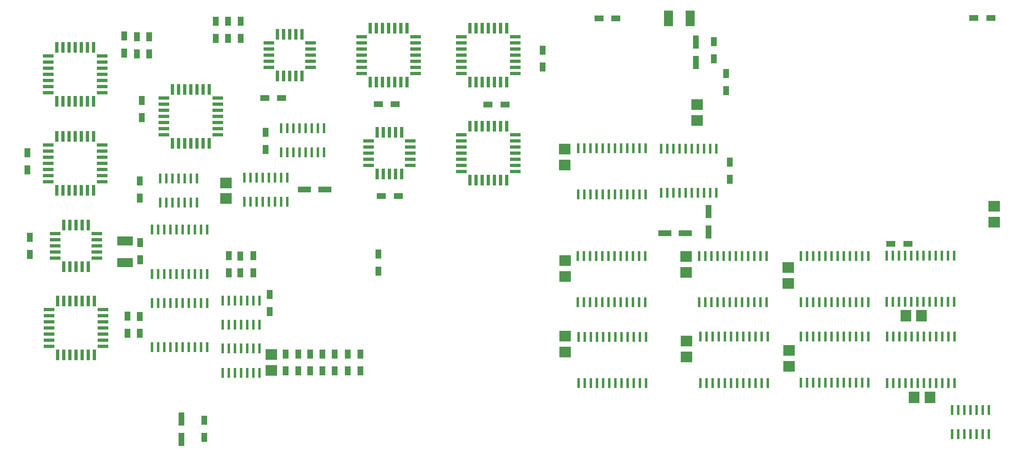
<source format=gbr>
%FSLAX34Y34*%
%MOMM*%
%LNSMDMASK_TOP*%
G71*
G01*
%ADD10R, 0.640X2.200*%
%ADD11R, 2.200X0.640*%
%ADD12R, 0.600X2.100*%
%ADD13R, 1.300X2.800*%
%ADD14R, 2.400X2.200*%
%ADD15R, 2.200X2.400*%
%ADD16R, 1.300X1.900*%
%ADD17R, 1.900X1.300*%
%ADD18R, 3.200X1.900*%
%ADD19R, 1.900X3.200*%
%ADD20R, 2.800X1.300*%
%LPD*%
X-993775Y125D02*
G54D10*
D03*
X-1006475Y125D02*
G54D10*
D03*
X-1019175Y125D02*
G54D10*
D03*
X-1031875Y125D02*
G54D10*
D03*
X-1049775Y-17775D02*
G54D11*
D03*
X-1049775Y-30475D02*
G54D11*
D03*
X-1049775Y-43175D02*
G54D11*
D03*
X-1049775Y-55875D02*
G54D11*
D03*
X-1049775Y-68575D02*
G54D11*
D03*
X-1049775Y-81275D02*
G54D11*
D03*
X-1049775Y-93975D02*
G54D11*
D03*
X-1031875Y-111875D02*
G54D10*
D03*
X-1019175Y-111875D02*
G54D10*
D03*
X-1006475Y-111875D02*
G54D10*
D03*
X-993775Y-111875D02*
G54D10*
D03*
X-981075Y-111875D02*
G54D10*
D03*
X-968375Y-111875D02*
G54D10*
D03*
X-955675Y-111875D02*
G54D10*
D03*
X-937775Y-93975D02*
G54D11*
D03*
X-937775Y-81275D02*
G54D11*
D03*
X-937775Y-68575D02*
G54D11*
D03*
X-937775Y-55875D02*
G54D11*
D03*
X-937775Y-43175D02*
G54D11*
D03*
X-937775Y-30475D02*
G54D11*
D03*
X-937775Y-17775D02*
G54D11*
D03*
X-955675Y125D02*
G54D10*
D03*
X-968375Y125D02*
G54D10*
D03*
X-981075Y125D02*
G54D10*
D03*
X-993775Y-184025D02*
G54D10*
D03*
X-1006475Y-184025D02*
G54D10*
D03*
X-1019175Y-184025D02*
G54D10*
D03*
X-1031875Y-184025D02*
G54D10*
D03*
X-1049775Y-201925D02*
G54D11*
D03*
X-1049775Y-214625D02*
G54D11*
D03*
X-1049775Y-227325D02*
G54D11*
D03*
X-1049775Y-240025D02*
G54D11*
D03*
X-1049775Y-252725D02*
G54D11*
D03*
X-1049775Y-265425D02*
G54D11*
D03*
X-1049775Y-278125D02*
G54D11*
D03*
X-1031875Y-296025D02*
G54D10*
D03*
X-1019175Y-296025D02*
G54D10*
D03*
X-1006475Y-296025D02*
G54D10*
D03*
X-993775Y-296025D02*
G54D10*
D03*
X-981075Y-296025D02*
G54D10*
D03*
X-968375Y-296025D02*
G54D10*
D03*
X-955675Y-296025D02*
G54D10*
D03*
X-937775Y-278125D02*
G54D11*
D03*
X-937775Y-265425D02*
G54D11*
D03*
X-937775Y-252725D02*
G54D11*
D03*
X-937775Y-240025D02*
G54D11*
D03*
X-937775Y-227325D02*
G54D11*
D03*
X-937775Y-214625D02*
G54D11*
D03*
X-937775Y-201925D02*
G54D11*
D03*
X-955675Y-184025D02*
G54D10*
D03*
X-968375Y-184025D02*
G54D10*
D03*
X-981075Y-184025D02*
G54D10*
D03*
X-992188Y-525338D02*
G54D10*
D03*
X-1004888Y-525338D02*
G54D10*
D03*
X-1017588Y-525338D02*
G54D10*
D03*
X-1030288Y-525338D02*
G54D10*
D03*
X-1048188Y-543238D02*
G54D11*
D03*
X-1048188Y-555938D02*
G54D11*
D03*
X-1048188Y-568638D02*
G54D11*
D03*
X-1048188Y-581338D02*
G54D11*
D03*
X-1048188Y-594038D02*
G54D11*
D03*
X-1048188Y-606738D02*
G54D11*
D03*
X-1048188Y-619438D02*
G54D11*
D03*
X-1030288Y-637338D02*
G54D10*
D03*
X-1017588Y-637338D02*
G54D10*
D03*
X-1004888Y-637338D02*
G54D10*
D03*
X-992188Y-637338D02*
G54D10*
D03*
X-979488Y-637338D02*
G54D10*
D03*
X-966788Y-637338D02*
G54D10*
D03*
X-954088Y-637338D02*
G54D10*
D03*
X-936188Y-619438D02*
G54D11*
D03*
X-936188Y-606738D02*
G54D11*
D03*
X-936188Y-594038D02*
G54D11*
D03*
X-936188Y-581338D02*
G54D11*
D03*
X-936188Y-568638D02*
G54D11*
D03*
X-936188Y-555938D02*
G54D11*
D03*
X-936188Y-543238D02*
G54D11*
D03*
X-954088Y-525338D02*
G54D10*
D03*
X-966788Y-525338D02*
G54D10*
D03*
X-979488Y-525338D02*
G54D10*
D03*
X-754062Y-87188D02*
G54D10*
D03*
X-766762Y-87188D02*
G54D10*
D03*
X-779462Y-87188D02*
G54D10*
D03*
X-792162Y-87188D02*
G54D10*
D03*
X-810062Y-105088D02*
G54D11*
D03*
X-810062Y-117788D02*
G54D11*
D03*
X-810062Y-130488D02*
G54D11*
D03*
X-810062Y-143188D02*
G54D11*
D03*
X-810062Y-155888D02*
G54D11*
D03*
X-810062Y-168588D02*
G54D11*
D03*
X-810062Y-181288D02*
G54D11*
D03*
X-792162Y-199188D02*
G54D10*
D03*
X-779462Y-199188D02*
G54D10*
D03*
X-766762Y-199188D02*
G54D10*
D03*
X-754062Y-199188D02*
G54D10*
D03*
X-741362Y-199188D02*
G54D10*
D03*
X-728662Y-199188D02*
G54D10*
D03*
X-715962Y-199188D02*
G54D10*
D03*
X-698062Y-181288D02*
G54D11*
D03*
X-698062Y-168588D02*
G54D11*
D03*
X-698062Y-155888D02*
G54D11*
D03*
X-698062Y-143188D02*
G54D11*
D03*
X-698062Y-130488D02*
G54D11*
D03*
X-698062Y-117788D02*
G54D11*
D03*
X-698062Y-105088D02*
G54D11*
D03*
X-715962Y-87188D02*
G54D10*
D03*
X-728662Y-87188D02*
G54D10*
D03*
X-741362Y-87188D02*
G54D10*
D03*
X-344488Y39812D02*
G54D10*
D03*
X-357188Y39812D02*
G54D10*
D03*
X-369888Y39812D02*
G54D10*
D03*
X-382588Y39812D02*
G54D10*
D03*
X-400488Y21912D02*
G54D11*
D03*
X-400488Y9212D02*
G54D11*
D03*
X-400488Y-3488D02*
G54D11*
D03*
X-400488Y-16188D02*
G54D11*
D03*
X-400488Y-28888D02*
G54D11*
D03*
X-400488Y-41588D02*
G54D11*
D03*
X-400488Y-54288D02*
G54D11*
D03*
X-382588Y-72188D02*
G54D10*
D03*
X-369888Y-72188D02*
G54D10*
D03*
X-357188Y-72188D02*
G54D10*
D03*
X-344488Y-72188D02*
G54D10*
D03*
X-331788Y-72188D02*
G54D10*
D03*
X-319088Y-72188D02*
G54D10*
D03*
X-306388Y-72188D02*
G54D10*
D03*
X-288488Y-54288D02*
G54D11*
D03*
X-288488Y-41588D02*
G54D11*
D03*
X-288488Y-28888D02*
G54D11*
D03*
X-288488Y-16188D02*
G54D11*
D03*
X-288488Y-3488D02*
G54D11*
D03*
X-288488Y9212D02*
G54D11*
D03*
X-288488Y21912D02*
G54D11*
D03*
X-306388Y39812D02*
G54D10*
D03*
X-319088Y39812D02*
G54D10*
D03*
X-331788Y39812D02*
G54D10*
D03*
X-138112Y39812D02*
G54D10*
D03*
X-150812Y39812D02*
G54D10*
D03*
X-163512Y39812D02*
G54D10*
D03*
X-176212Y39812D02*
G54D10*
D03*
X-194112Y21912D02*
G54D11*
D03*
X-194112Y9212D02*
G54D11*
D03*
X-194112Y-3488D02*
G54D11*
D03*
X-194112Y-16188D02*
G54D11*
D03*
X-194112Y-28888D02*
G54D11*
D03*
X-194112Y-41588D02*
G54D11*
D03*
X-194112Y-54288D02*
G54D11*
D03*
X-176212Y-72188D02*
G54D10*
D03*
X-163512Y-72188D02*
G54D10*
D03*
X-150812Y-72188D02*
G54D10*
D03*
X-138112Y-72188D02*
G54D10*
D03*
X-125412Y-72188D02*
G54D10*
D03*
X-112712Y-72188D02*
G54D10*
D03*
X-100012Y-72188D02*
G54D10*
D03*
X-82112Y-54288D02*
G54D11*
D03*
X-82112Y-41588D02*
G54D11*
D03*
X-82112Y-28888D02*
G54D11*
D03*
X-82112Y-16188D02*
G54D11*
D03*
X-82112Y-3488D02*
G54D11*
D03*
X-82112Y9212D02*
G54D11*
D03*
X-82112Y21912D02*
G54D11*
D03*
X-100012Y39812D02*
G54D10*
D03*
X-112712Y39812D02*
G54D10*
D03*
X-125412Y39812D02*
G54D10*
D03*
X-138112Y-163388D02*
G54D10*
D03*
X-150812Y-163388D02*
G54D10*
D03*
X-163512Y-163388D02*
G54D10*
D03*
X-176212Y-163388D02*
G54D10*
D03*
X-194112Y-181288D02*
G54D11*
D03*
X-194112Y-193988D02*
G54D11*
D03*
X-194112Y-206688D02*
G54D11*
D03*
X-194112Y-219388D02*
G54D11*
D03*
X-194112Y-232088D02*
G54D11*
D03*
X-194112Y-244788D02*
G54D11*
D03*
X-194112Y-257488D02*
G54D11*
D03*
X-176212Y-275388D02*
G54D10*
D03*
X-163512Y-275388D02*
G54D10*
D03*
X-150812Y-275388D02*
G54D10*
D03*
X-138112Y-275388D02*
G54D10*
D03*
X-125412Y-275388D02*
G54D10*
D03*
X-112712Y-275388D02*
G54D10*
D03*
X-100012Y-275388D02*
G54D10*
D03*
X-82112Y-257488D02*
G54D11*
D03*
X-82112Y-244788D02*
G54D11*
D03*
X-82112Y-232088D02*
G54D11*
D03*
X-82112Y-219388D02*
G54D11*
D03*
X-82112Y-206688D02*
G54D11*
D03*
X-82112Y-193988D02*
G54D11*
D03*
X-82112Y-181288D02*
G54D11*
D03*
X-100012Y-163388D02*
G54D10*
D03*
X-112712Y-163388D02*
G54D10*
D03*
X-125412Y-163388D02*
G54D10*
D03*
X-992188Y-368175D02*
G54D10*
D03*
X-1004888Y-368175D02*
G54D10*
D03*
X-1017588Y-368175D02*
G54D10*
D03*
X-1035188Y-385775D02*
G54D11*
D03*
X-1035188Y-398475D02*
G54D11*
D03*
X-1035188Y-411175D02*
G54D11*
D03*
X-1035188Y-423875D02*
G54D11*
D03*
X-1035188Y-436575D02*
G54D11*
D03*
X-1017588Y-454175D02*
G54D10*
D03*
X-1004888Y-454175D02*
G54D10*
D03*
X-992188Y-454175D02*
G54D10*
D03*
X-979488Y-454175D02*
G54D10*
D03*
X-966788Y-454175D02*
G54D10*
D03*
X-949188Y-436575D02*
G54D11*
D03*
X-949188Y-423875D02*
G54D11*
D03*
X-949188Y-411175D02*
G54D11*
D03*
X-949188Y-398475D02*
G54D11*
D03*
X-949188Y-385775D02*
G54D11*
D03*
X-966788Y-368175D02*
G54D10*
D03*
X-979488Y-368175D02*
G54D10*
D03*
X-549275Y27112D02*
G54D10*
D03*
X-561975Y27112D02*
G54D10*
D03*
X-574675Y27112D02*
G54D10*
D03*
X-592275Y9512D02*
G54D11*
D03*
X-592275Y-3188D02*
G54D11*
D03*
X-592275Y-15888D02*
G54D11*
D03*
X-592275Y-28588D02*
G54D11*
D03*
X-592275Y-41288D02*
G54D11*
D03*
X-574675Y-58888D02*
G54D10*
D03*
X-561975Y-58888D02*
G54D10*
D03*
X-549275Y-58888D02*
G54D10*
D03*
X-536575Y-58888D02*
G54D10*
D03*
X-523875Y-58888D02*
G54D10*
D03*
X-506275Y-41288D02*
G54D11*
D03*
X-506275Y-28588D02*
G54D11*
D03*
X-506275Y-15888D02*
G54D11*
D03*
X-506275Y-3188D02*
G54D11*
D03*
X-506275Y9512D02*
G54D11*
D03*
X-523875Y27112D02*
G54D10*
D03*
X-536575Y27112D02*
G54D10*
D03*
X-342900Y-176088D02*
G54D10*
D03*
X-355600Y-176088D02*
G54D10*
D03*
X-368300Y-176088D02*
G54D10*
D03*
X-385900Y-193688D02*
G54D11*
D03*
X-385900Y-206388D02*
G54D11*
D03*
X-385900Y-219088D02*
G54D11*
D03*
X-385900Y-231788D02*
G54D11*
D03*
X-385900Y-244488D02*
G54D11*
D03*
X-368300Y-262088D02*
G54D10*
D03*
X-355600Y-262088D02*
G54D10*
D03*
X-342900Y-262088D02*
G54D10*
D03*
X-330200Y-262088D02*
G54D10*
D03*
X-317500Y-262088D02*
G54D10*
D03*
X-299900Y-244488D02*
G54D11*
D03*
X-299900Y-231788D02*
G54D11*
D03*
X-299900Y-219088D02*
G54D11*
D03*
X-299900Y-206388D02*
G54D11*
D03*
X-299900Y-193688D02*
G54D11*
D03*
X-317500Y-176088D02*
G54D10*
D03*
X-330200Y-176088D02*
G54D10*
D03*
X-817562Y-321338D02*
G54D12*
D03*
X-804862Y-321338D02*
G54D12*
D03*
X-792162Y-321338D02*
G54D12*
D03*
X-779462Y-321338D02*
G54D12*
D03*
X-766762Y-321338D02*
G54D12*
D03*
X-754062Y-321338D02*
G54D12*
D03*
X-741362Y-321338D02*
G54D12*
D03*
X-741362Y-271338D02*
G54D12*
D03*
X-754062Y-271338D02*
G54D12*
D03*
X-766762Y-271338D02*
G54D12*
D03*
X-779462Y-271338D02*
G54D12*
D03*
X-792162Y-271338D02*
G54D12*
D03*
X-804862Y-271338D02*
G54D12*
D03*
X-817562Y-271338D02*
G54D12*
D03*
X-835025Y-469700D02*
G54D12*
D03*
X-822325Y-469700D02*
G54D12*
D03*
X-809625Y-469700D02*
G54D12*
D03*
X-796925Y-469700D02*
G54D12*
D03*
X-784225Y-469700D02*
G54D12*
D03*
X-771525Y-469700D02*
G54D12*
D03*
X-758825Y-469700D02*
G54D12*
D03*
X-746125Y-469700D02*
G54D12*
D03*
X-733425Y-469700D02*
G54D12*
D03*
X-720725Y-469700D02*
G54D12*
D03*
X-720725Y-377700D02*
G54D12*
D03*
X-733425Y-377700D02*
G54D12*
D03*
X-746125Y-377700D02*
G54D12*
D03*
X-758825Y-377700D02*
G54D12*
D03*
X-771525Y-377700D02*
G54D12*
D03*
X-784225Y-377700D02*
G54D12*
D03*
X-796925Y-377700D02*
G54D12*
D03*
X-809625Y-377700D02*
G54D12*
D03*
X-822325Y-377700D02*
G54D12*
D03*
X-835025Y-377700D02*
G54D12*
D03*
X-643334Y-320272D02*
G54D12*
D03*
X-630634Y-320272D02*
G54D12*
D03*
X-617934Y-320272D02*
G54D12*
D03*
X-605234Y-320272D02*
G54D12*
D03*
X-592534Y-320272D02*
G54D12*
D03*
X-579834Y-320272D02*
G54D12*
D03*
X-567134Y-320272D02*
G54D12*
D03*
X-554434Y-320272D02*
G54D12*
D03*
X-554434Y-270272D02*
G54D12*
D03*
X-567134Y-270272D02*
G54D12*
D03*
X-579834Y-270272D02*
G54D12*
D03*
X-592534Y-270272D02*
G54D12*
D03*
X-605234Y-270272D02*
G54D12*
D03*
X-617934Y-270272D02*
G54D12*
D03*
X-630634Y-270272D02*
G54D12*
D03*
X-643334Y-270272D02*
G54D12*
D03*
X-835025Y-621703D02*
G54D12*
D03*
X-822325Y-621703D02*
G54D12*
D03*
X-809625Y-621703D02*
G54D12*
D03*
X-796925Y-621703D02*
G54D12*
D03*
X-784225Y-621703D02*
G54D12*
D03*
X-771525Y-621703D02*
G54D12*
D03*
X-758825Y-621703D02*
G54D12*
D03*
X-746125Y-621703D02*
G54D12*
D03*
X-733425Y-621703D02*
G54D12*
D03*
X-720725Y-621703D02*
G54D12*
D03*
X-720725Y-529703D02*
G54D12*
D03*
X-733425Y-529703D02*
G54D12*
D03*
X-746125Y-529703D02*
G54D12*
D03*
X-758825Y-529703D02*
G54D12*
D03*
X-771525Y-529703D02*
G54D12*
D03*
X-784225Y-529703D02*
G54D12*
D03*
X-796925Y-529703D02*
G54D12*
D03*
X-809625Y-529703D02*
G54D12*
D03*
X-822325Y-529703D02*
G54D12*
D03*
X-835025Y-529703D02*
G54D12*
D03*
X48419Y-304757D02*
G54D12*
D03*
X61119Y-304757D02*
G54D12*
D03*
X73819Y-304757D02*
G54D12*
D03*
X86519Y-304757D02*
G54D12*
D03*
X99219Y-304757D02*
G54D12*
D03*
X111919Y-304757D02*
G54D12*
D03*
X124619Y-304757D02*
G54D12*
D03*
X137319Y-304757D02*
G54D12*
D03*
X150019Y-304757D02*
G54D12*
D03*
X162719Y-304757D02*
G54D12*
D03*
X175419Y-304757D02*
G54D12*
D03*
X188119Y-304757D02*
G54D12*
D03*
X188119Y-208757D02*
G54D12*
D03*
X175419Y-208757D02*
G54D12*
D03*
X162719Y-208757D02*
G54D12*
D03*
X150019Y-208757D02*
G54D12*
D03*
X137319Y-208757D02*
G54D12*
D03*
X124619Y-208757D02*
G54D12*
D03*
X111919Y-208757D02*
G54D12*
D03*
X99219Y-208757D02*
G54D12*
D03*
X86519Y-208757D02*
G54D12*
D03*
X73819Y-208757D02*
G54D12*
D03*
X61119Y-208757D02*
G54D12*
D03*
X48419Y-208757D02*
G54D12*
D03*
X47625Y-528594D02*
G54D12*
D03*
X60325Y-528594D02*
G54D12*
D03*
X73025Y-528594D02*
G54D12*
D03*
X85725Y-528594D02*
G54D12*
D03*
X98425Y-528594D02*
G54D12*
D03*
X111125Y-528594D02*
G54D12*
D03*
X123825Y-528594D02*
G54D12*
D03*
X136525Y-528594D02*
G54D12*
D03*
X149225Y-528594D02*
G54D12*
D03*
X161925Y-528594D02*
G54D12*
D03*
X174625Y-528594D02*
G54D12*
D03*
X187325Y-528594D02*
G54D12*
D03*
X187325Y-432594D02*
G54D12*
D03*
X174625Y-432594D02*
G54D12*
D03*
X161925Y-432594D02*
G54D12*
D03*
X149225Y-432594D02*
G54D12*
D03*
X136525Y-432594D02*
G54D12*
D03*
X123825Y-432594D02*
G54D12*
D03*
X111125Y-432594D02*
G54D12*
D03*
X98425Y-432594D02*
G54D12*
D03*
X85725Y-432594D02*
G54D12*
D03*
X73025Y-432594D02*
G54D12*
D03*
X60325Y-432594D02*
G54D12*
D03*
X47625Y-432594D02*
G54D12*
D03*
X49609Y-696076D02*
G54D12*
D03*
X62309Y-696076D02*
G54D12*
D03*
X75009Y-696076D02*
G54D12*
D03*
X87709Y-696076D02*
G54D12*
D03*
X100409Y-696076D02*
G54D12*
D03*
X113109Y-696076D02*
G54D12*
D03*
X125809Y-696076D02*
G54D12*
D03*
X138509Y-696076D02*
G54D12*
D03*
X151209Y-696076D02*
G54D12*
D03*
X163909Y-696076D02*
G54D12*
D03*
X176609Y-696076D02*
G54D12*
D03*
X189309Y-696076D02*
G54D12*
D03*
X189309Y-600076D02*
G54D12*
D03*
X176609Y-600076D02*
G54D12*
D03*
X163909Y-600076D02*
G54D12*
D03*
X151209Y-600076D02*
G54D12*
D03*
X138509Y-600076D02*
G54D12*
D03*
X125809Y-600076D02*
G54D12*
D03*
X113109Y-600076D02*
G54D12*
D03*
X100409Y-600076D02*
G54D12*
D03*
X87709Y-600076D02*
G54D12*
D03*
X75009Y-600076D02*
G54D12*
D03*
X62309Y-600076D02*
G54D12*
D03*
X49609Y-600076D02*
G54D12*
D03*
X299244Y-528594D02*
G54D12*
D03*
X311944Y-528594D02*
G54D12*
D03*
X324644Y-528594D02*
G54D12*
D03*
X337344Y-528594D02*
G54D12*
D03*
X350044Y-528594D02*
G54D12*
D03*
X362744Y-528594D02*
G54D12*
D03*
X375444Y-528594D02*
G54D12*
D03*
X388144Y-528594D02*
G54D12*
D03*
X400844Y-528594D02*
G54D12*
D03*
X413544Y-528594D02*
G54D12*
D03*
X426244Y-528594D02*
G54D12*
D03*
X438944Y-528594D02*
G54D12*
D03*
X438944Y-432594D02*
G54D12*
D03*
X426244Y-432594D02*
G54D12*
D03*
X413544Y-432594D02*
G54D12*
D03*
X400844Y-432594D02*
G54D12*
D03*
X388144Y-432594D02*
G54D12*
D03*
X375444Y-432594D02*
G54D12*
D03*
X362744Y-432594D02*
G54D12*
D03*
X350044Y-432594D02*
G54D12*
D03*
X337344Y-432594D02*
G54D12*
D03*
X324644Y-432594D02*
G54D12*
D03*
X311944Y-432594D02*
G54D12*
D03*
X299244Y-432594D02*
G54D12*
D03*
X301228Y-695679D02*
G54D12*
D03*
X313928Y-695679D02*
G54D12*
D03*
X326628Y-695679D02*
G54D12*
D03*
X339328Y-695679D02*
G54D12*
D03*
X352028Y-695679D02*
G54D12*
D03*
X364728Y-695679D02*
G54D12*
D03*
X377428Y-695679D02*
G54D12*
D03*
X390128Y-695679D02*
G54D12*
D03*
X402828Y-695679D02*
G54D12*
D03*
X415528Y-695679D02*
G54D12*
D03*
X428228Y-695679D02*
G54D12*
D03*
X440928Y-695679D02*
G54D12*
D03*
X440928Y-599679D02*
G54D12*
D03*
X428228Y-599679D02*
G54D12*
D03*
X415528Y-599679D02*
G54D12*
D03*
X402828Y-599679D02*
G54D12*
D03*
X390128Y-599679D02*
G54D12*
D03*
X377428Y-599679D02*
G54D12*
D03*
X364728Y-599679D02*
G54D12*
D03*
X352028Y-599679D02*
G54D12*
D03*
X339328Y-599679D02*
G54D12*
D03*
X326628Y-599679D02*
G54D12*
D03*
X313928Y-599679D02*
G54D12*
D03*
X301228Y-599679D02*
G54D12*
D03*
X509588Y-528197D02*
G54D12*
D03*
X522288Y-528197D02*
G54D12*
D03*
X534988Y-528197D02*
G54D12*
D03*
X547688Y-528197D02*
G54D12*
D03*
X560388Y-528197D02*
G54D12*
D03*
X573088Y-528197D02*
G54D12*
D03*
X585788Y-528197D02*
G54D12*
D03*
X598488Y-528197D02*
G54D12*
D03*
X611188Y-528197D02*
G54D12*
D03*
X623888Y-528197D02*
G54D12*
D03*
X636588Y-528197D02*
G54D12*
D03*
X649288Y-528197D02*
G54D12*
D03*
X649288Y-432197D02*
G54D12*
D03*
X636588Y-432197D02*
G54D12*
D03*
X623888Y-432197D02*
G54D12*
D03*
X611188Y-432197D02*
G54D12*
D03*
X598488Y-432197D02*
G54D12*
D03*
X585788Y-432197D02*
G54D12*
D03*
X573088Y-432197D02*
G54D12*
D03*
X560388Y-432197D02*
G54D12*
D03*
X547688Y-432197D02*
G54D12*
D03*
X534988Y-432197D02*
G54D12*
D03*
X522288Y-432197D02*
G54D12*
D03*
X509588Y-432197D02*
G54D12*
D03*
X509588Y-695282D02*
G54D12*
D03*
X522288Y-695282D02*
G54D12*
D03*
X534988Y-695282D02*
G54D12*
D03*
X547688Y-695282D02*
G54D12*
D03*
X560388Y-695282D02*
G54D12*
D03*
X573088Y-695282D02*
G54D12*
D03*
X585788Y-695282D02*
G54D12*
D03*
X598488Y-695282D02*
G54D12*
D03*
X611188Y-695282D02*
G54D12*
D03*
X623888Y-695282D02*
G54D12*
D03*
X636588Y-695282D02*
G54D12*
D03*
X649288Y-695282D02*
G54D12*
D03*
X649288Y-599282D02*
G54D12*
D03*
X636588Y-599282D02*
G54D12*
D03*
X623888Y-599282D02*
G54D12*
D03*
X611188Y-599282D02*
G54D12*
D03*
X598488Y-599282D02*
G54D12*
D03*
X585788Y-599282D02*
G54D12*
D03*
X573088Y-599282D02*
G54D12*
D03*
X560388Y-599282D02*
G54D12*
D03*
X547688Y-599282D02*
G54D12*
D03*
X534988Y-599282D02*
G54D12*
D03*
X522288Y-599282D02*
G54D12*
D03*
X509588Y-599282D02*
G54D12*
D03*
X687388Y-527404D02*
G54D12*
D03*
X700088Y-527404D02*
G54D12*
D03*
X712788Y-527404D02*
G54D12*
D03*
X725488Y-527404D02*
G54D12*
D03*
X738188Y-527404D02*
G54D12*
D03*
X750888Y-527404D02*
G54D12*
D03*
X763588Y-527404D02*
G54D12*
D03*
X776288Y-527404D02*
G54D12*
D03*
X788988Y-527404D02*
G54D12*
D03*
X801688Y-527404D02*
G54D12*
D03*
X814388Y-527404D02*
G54D12*
D03*
X827088Y-527404D02*
G54D12*
D03*
X827088Y-431404D02*
G54D12*
D03*
X814388Y-431404D02*
G54D12*
D03*
X801688Y-431404D02*
G54D12*
D03*
X788988Y-431404D02*
G54D12*
D03*
X776288Y-431404D02*
G54D12*
D03*
X763588Y-431404D02*
G54D12*
D03*
X750888Y-431404D02*
G54D12*
D03*
X738188Y-431404D02*
G54D12*
D03*
X725488Y-431404D02*
G54D12*
D03*
X712788Y-431404D02*
G54D12*
D03*
X700088Y-431404D02*
G54D12*
D03*
X687388Y-431404D02*
G54D12*
D03*
X688578Y-695679D02*
G54D12*
D03*
X701278Y-695679D02*
G54D12*
D03*
X713978Y-695679D02*
G54D12*
D03*
X726678Y-695679D02*
G54D12*
D03*
X739378Y-695679D02*
G54D12*
D03*
X752078Y-695679D02*
G54D12*
D03*
X764778Y-695679D02*
G54D12*
D03*
X777478Y-695679D02*
G54D12*
D03*
X790178Y-695679D02*
G54D12*
D03*
X802878Y-695679D02*
G54D12*
D03*
X815578Y-695679D02*
G54D12*
D03*
X828278Y-695679D02*
G54D12*
D03*
X828278Y-599679D02*
G54D12*
D03*
X815578Y-599679D02*
G54D12*
D03*
X802878Y-599679D02*
G54D12*
D03*
X790178Y-599679D02*
G54D12*
D03*
X777478Y-599679D02*
G54D12*
D03*
X764778Y-599679D02*
G54D12*
D03*
X752078Y-599679D02*
G54D12*
D03*
X739378Y-599679D02*
G54D12*
D03*
X726678Y-599679D02*
G54D12*
D03*
X713978Y-599679D02*
G54D12*
D03*
X701278Y-599679D02*
G54D12*
D03*
X688578Y-599679D02*
G54D12*
D03*
X219869Y-301550D02*
G54D12*
D03*
X232569Y-301550D02*
G54D12*
D03*
X245269Y-301550D02*
G54D12*
D03*
X257969Y-301550D02*
G54D12*
D03*
X270669Y-301550D02*
G54D12*
D03*
X283369Y-301550D02*
G54D12*
D03*
X296069Y-301550D02*
G54D12*
D03*
X308769Y-301550D02*
G54D12*
D03*
X321469Y-301550D02*
G54D12*
D03*
X334169Y-301550D02*
G54D12*
D03*
X334169Y-209550D02*
G54D12*
D03*
X321469Y-209550D02*
G54D12*
D03*
X308769Y-209550D02*
G54D12*
D03*
X296069Y-209550D02*
G54D12*
D03*
X283369Y-209550D02*
G54D12*
D03*
X270669Y-209550D02*
G54D12*
D03*
X257969Y-209550D02*
G54D12*
D03*
X245269Y-209550D02*
G54D12*
D03*
X232569Y-209550D02*
G54D12*
D03*
X219869Y-209550D02*
G54D12*
D03*
X-687784Y-575066D02*
G54D12*
D03*
X-675084Y-575066D02*
G54D12*
D03*
X-662384Y-575066D02*
G54D12*
D03*
X-649684Y-575066D02*
G54D12*
D03*
X-636984Y-575066D02*
G54D12*
D03*
X-624284Y-575066D02*
G54D12*
D03*
X-611584Y-575066D02*
G54D12*
D03*
X-611584Y-525066D02*
G54D12*
D03*
X-624284Y-525066D02*
G54D12*
D03*
X-636984Y-525066D02*
G54D12*
D03*
X-649684Y-525066D02*
G54D12*
D03*
X-662384Y-525066D02*
G54D12*
D03*
X-675084Y-525066D02*
G54D12*
D03*
X-687784Y-525066D02*
G54D12*
D03*
X-688181Y-674285D02*
G54D12*
D03*
X-675481Y-674285D02*
G54D12*
D03*
X-662781Y-674285D02*
G54D12*
D03*
X-650081Y-674285D02*
G54D12*
D03*
X-637381Y-674285D02*
G54D12*
D03*
X-624681Y-674285D02*
G54D12*
D03*
X-611981Y-674285D02*
G54D12*
D03*
X-611981Y-624285D02*
G54D12*
D03*
X-624681Y-624285D02*
G54D12*
D03*
X-637381Y-624285D02*
G54D12*
D03*
X-650081Y-624285D02*
G54D12*
D03*
X-662781Y-624285D02*
G54D12*
D03*
X-675481Y-624285D02*
G54D12*
D03*
X-688181Y-624285D02*
G54D12*
D03*
X823119Y-801682D02*
G54D12*
D03*
X835819Y-801682D02*
G54D12*
D03*
X848519Y-801682D02*
G54D12*
D03*
X861219Y-801682D02*
G54D12*
D03*
X873919Y-801682D02*
G54D12*
D03*
X886619Y-801682D02*
G54D12*
D03*
X899319Y-801682D02*
G54D12*
D03*
X899319Y-751682D02*
G54D12*
D03*
X886619Y-751682D02*
G54D12*
D03*
X873919Y-751682D02*
G54D12*
D03*
X861219Y-751682D02*
G54D12*
D03*
X848519Y-751682D02*
G54D12*
D03*
X835819Y-751682D02*
G54D12*
D03*
X823119Y-751682D02*
G54D12*
D03*
X-567531Y-217482D02*
G54D12*
D03*
X-554831Y-217482D02*
G54D12*
D03*
X-542131Y-217482D02*
G54D12*
D03*
X-529431Y-217482D02*
G54D12*
D03*
X-516731Y-217482D02*
G54D12*
D03*
X-504031Y-217482D02*
G54D12*
D03*
X-491331Y-217482D02*
G54D12*
D03*
X-478631Y-217482D02*
G54D12*
D03*
X-478631Y-167482D02*
G54D12*
D03*
X-491331Y-167482D02*
G54D12*
D03*
X-504031Y-167482D02*
G54D12*
D03*
X-516731Y-167482D02*
G54D12*
D03*
X-529431Y-167482D02*
G54D12*
D03*
X-542131Y-167482D02*
G54D12*
D03*
X-554831Y-167482D02*
G54D12*
D03*
X-567531Y-167482D02*
G54D12*
D03*
X318691Y-382588D02*
G54D13*
D03*
X318691Y-340519D02*
G54D13*
D03*
X292100Y-30957D02*
G54D13*
D03*
X292100Y11112D02*
G54D13*
D03*
X21034Y-441722D02*
G54D14*
D03*
X21034Y-474663D02*
G54D14*
D03*
X272256Y-433388D02*
G54D14*
D03*
X272256Y-466329D02*
G54D14*
D03*
X272653Y-608807D02*
G54D14*
D03*
X272653Y-641747D02*
G54D14*
D03*
X21034Y-598885D02*
G54D14*
D03*
X21034Y-631826D02*
G54D14*
D03*
X20241Y-210741D02*
G54D14*
D03*
X20241Y-243682D02*
G54D14*
D03*
X483394Y-456010D02*
G54D14*
D03*
X483394Y-488950D02*
G54D14*
D03*
X484981Y-628254D02*
G54D14*
D03*
X484981Y-661194D02*
G54D14*
D03*
X760016Y-556022D02*
G54D15*
D03*
X727075Y-556022D02*
G54D15*
D03*
X910034Y-362347D02*
G54D14*
D03*
X910034Y-329407D02*
G54D14*
D03*
X-855662Y-110332D02*
G54D16*
D03*
X-855662Y-145654D02*
G54D16*
D03*
X-892175Y23415D02*
G54D16*
D03*
X-892175Y-11907D02*
G54D16*
D03*
X-1092597Y-218282D02*
G54D16*
D03*
X-1092597Y-253604D02*
G54D16*
D03*
X-1088231Y-393700D02*
G54D16*
D03*
X-1088231Y-429022D02*
G54D16*
D03*
X-885825Y-557213D02*
G54D16*
D03*
X-885825Y-592535D02*
G54D16*
D03*
X-860425Y-557610D02*
G54D16*
D03*
X-860425Y-592932D02*
G54D16*
D03*
X-590947Y-512366D02*
G54D16*
D03*
X-590947Y-547688D02*
G54D16*
D03*
X-860425Y-277019D02*
G54D16*
D03*
X-860425Y-312341D02*
G54D16*
D03*
X-651272Y53974D02*
G54D16*
D03*
X-651272Y18653D02*
G54D16*
D03*
X-599678Y-175816D02*
G54D16*
D03*
X-599678Y-211138D02*
G54D16*
D03*
X-565944Y-105172D02*
G54D17*
D03*
X-601266Y-105172D02*
G54D17*
D03*
X-330597Y-117872D02*
G54D17*
D03*
X-365919Y-117872D02*
G54D17*
D03*
X-324247Y-307976D02*
G54D17*
D03*
X-359569Y-307976D02*
G54D17*
D03*
X-103188Y-118666D02*
G54D17*
D03*
X-138509Y-118666D02*
G54D17*
D03*
X-25400Y-40879D02*
G54D16*
D03*
X-25400Y-5557D02*
G54D16*
D03*
X867966Y61118D02*
G54D17*
D03*
X903288Y61118D02*
G54D17*
D03*
X-365522Y-428626D02*
G54D16*
D03*
X-365522Y-463947D02*
G54D16*
D03*
X731441Y-407194D02*
G54D17*
D03*
X696119Y-407194D02*
G54D17*
D03*
X294481Y-151210D02*
G54D14*
D03*
X294481Y-118269D02*
G54D14*
D03*
X-587375Y-669926D02*
G54D14*
D03*
X-587375Y-636985D02*
G54D14*
D03*
X-681038Y-313532D02*
G54D14*
D03*
X-681038Y-280591D02*
G54D14*
D03*
X362744Y-273050D02*
G54D16*
D03*
X362744Y-237729D02*
G54D16*
D03*
X744538Y-725885D02*
G54D15*
D03*
X777478Y-725885D02*
G54D15*
D03*
X-624681Y-467122D02*
G54D16*
D03*
X-624681Y-431800D02*
G54D16*
D03*
X-652066Y-467519D02*
G54D16*
D03*
X-652066Y-432197D02*
G54D16*
D03*
X-675878Y-467122D02*
G54D16*
D03*
X-675878Y-431800D02*
G54D16*
D03*
X-558006Y-670719D02*
G54D16*
D03*
X-558006Y-635397D02*
G54D16*
D03*
X-531416Y-670719D02*
G54D16*
D03*
X-531416Y-635397D02*
G54D16*
D03*
X-506809Y-670719D02*
G54D16*
D03*
X-506809Y-635397D02*
G54D16*
D03*
X-481409Y-670719D02*
G54D16*
D03*
X-481409Y-635397D02*
G54D16*
D03*
X-456009Y-670719D02*
G54D16*
D03*
X-456009Y-635397D02*
G54D16*
D03*
X-429419Y-670719D02*
G54D16*
D03*
X-429419Y-635397D02*
G54D16*
D03*
X-403225Y-670719D02*
G54D16*
D03*
X-403225Y-635397D02*
G54D16*
D03*
X-866378Y-13494D02*
G54D16*
D03*
X-866378Y21828D02*
G54D16*
D03*
X-840978Y-13494D02*
G54D16*
D03*
X-840978Y21828D02*
G54D16*
D03*
X-677466Y53974D02*
G54D16*
D03*
X-677466Y18653D02*
G54D16*
D03*
X-702469Y53974D02*
G54D16*
D03*
X-702469Y18653D02*
G54D16*
D03*
X-725884Y-772716D02*
G54D16*
D03*
X-725884Y-808038D02*
G54D16*
D03*
X354806Y-53976D02*
G54D16*
D03*
X354806Y-89297D02*
G54D16*
D03*
X329406Y11906D02*
G54D16*
D03*
X329406Y-23416D02*
G54D16*
D03*
X126603Y60324D02*
G54D17*
D03*
X91281Y60324D02*
G54D17*
D03*
X-890588Y-401241D02*
G54D18*
D03*
X-890588Y-445691D02*
G54D18*
D03*
X-859631Y-404813D02*
G54D16*
D03*
X-859631Y-440135D02*
G54D16*
D03*
X280194Y60324D02*
G54D19*
D03*
X235744Y60324D02*
G54D19*
D03*
X-518691Y-294431D02*
G54D20*
D03*
X-476622Y-294431D02*
G54D20*
D03*
X228309Y-385431D02*
G54D20*
D03*
X270378Y-385431D02*
G54D20*
D03*
X-773691Y-812500D02*
G54D13*
D03*
X-773691Y-770431D02*
G54D13*
D03*
M02*

</source>
